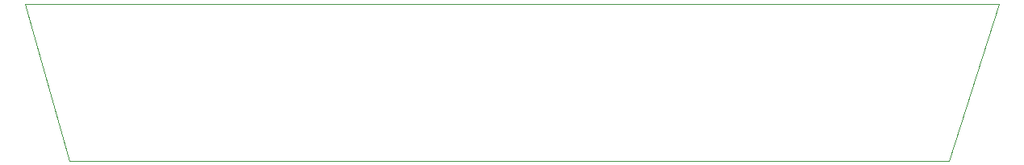
<source format=gm1>
G04 #@! TF.GenerationSoftware,KiCad,Pcbnew,8.0.1*
G04 #@! TF.CreationDate,2024-06-26T21:16:06+01:00*
G04 #@! TF.ProjectId,MINI_TRUNK_6_INSULATOR,4d494e49-5f54-4525-954e-4b5f365f494e,rev?*
G04 #@! TF.SameCoordinates,Original*
G04 #@! TF.FileFunction,Profile,NP*
%FSLAX46Y46*%
G04 Gerber Fmt 4.6, Leading zero omitted, Abs format (unit mm)*
G04 Created by KiCad (PCBNEW 8.0.1) date 2024-06-26 21:16:06*
%MOMM*%
%LPD*%
G01*
G04 APERTURE LIST*
G04 #@! TA.AperFunction,Profile*
%ADD10C,0.050000*%
G04 #@! TD*
G04 APERTURE END LIST*
D10*
X196275000Y-103770000D02*
X103965000Y-103770000D01*
X201525000Y-87310000D02*
X196275000Y-103770000D01*
X99255000Y-87310000D02*
X103965000Y-103770000D01*
X99255000Y-87310000D02*
X201525000Y-87310000D01*
M02*

</source>
